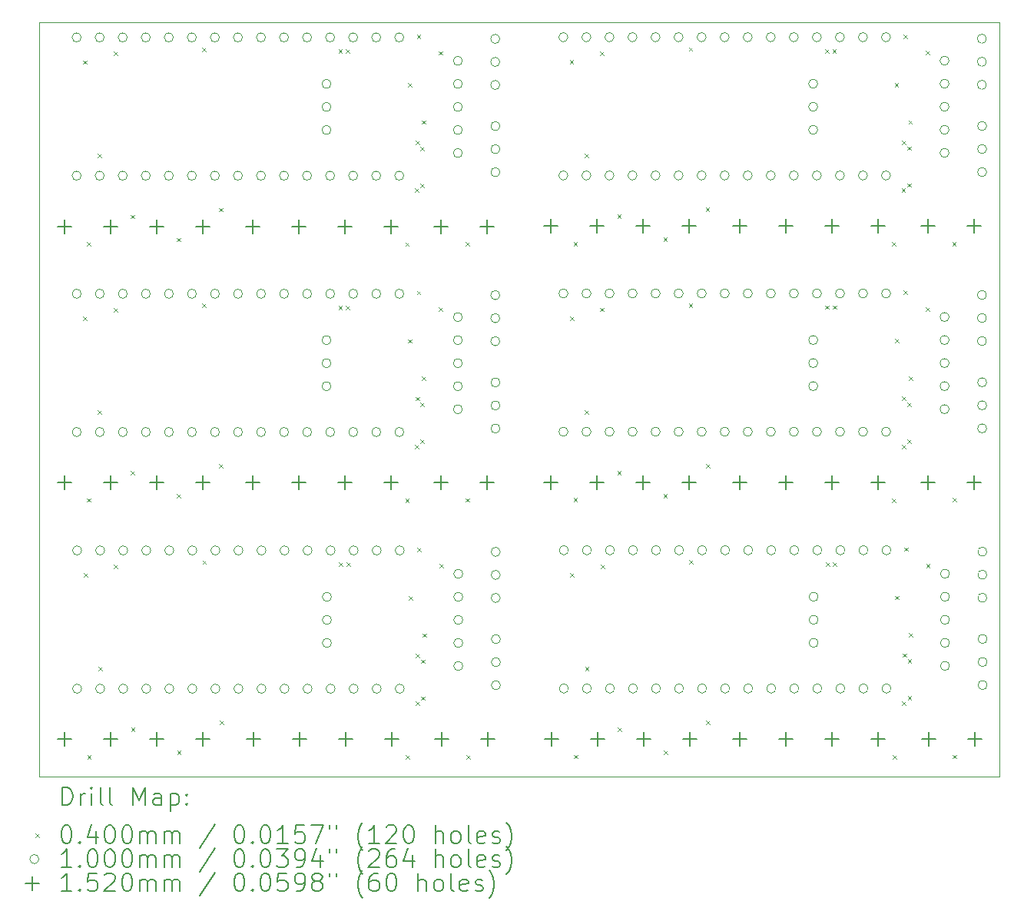
<source format=gbr>
%FSLAX45Y45*%
G04 Gerber Fmt 4.5, Leading zero omitted, Abs format (unit mm)*
G04 Created by KiCad (PCBNEW (6.0.0)) date 2022-10-01 22:44:21*
%MOMM*%
%LPD*%
G01*
G04 APERTURE LIST*
%TA.AperFunction,Profile*%
%ADD10C,0.100000*%
%TD*%
%ADD11C,0.200000*%
%ADD12C,0.040000*%
%ADD13C,0.100000*%
%ADD14C,0.152000*%
G04 APERTURE END LIST*
D10*
X8996680Y-9906500D02*
X19578820Y-9906500D01*
X19578820Y-9906500D02*
X19578820Y-1590040D01*
X19578820Y-1590040D02*
X8996680Y-1590040D01*
X8996680Y-1590040D02*
X8996680Y-9906500D01*
D11*
D12*
X9479600Y-2012000D02*
X9519600Y-2052000D01*
X9519600Y-2012000D02*
X9479600Y-2052000D01*
X9480100Y-4836980D02*
X9520100Y-4876980D01*
X9520100Y-4836980D02*
X9480100Y-4876980D01*
X9485180Y-7666540D02*
X9525180Y-7706540D01*
X9525180Y-7666540D02*
X9485180Y-7706540D01*
X9520240Y-4013520D02*
X9560240Y-4053520D01*
X9560240Y-4013520D02*
X9520240Y-4053520D01*
X9520740Y-6838500D02*
X9560740Y-6878500D01*
X9560740Y-6838500D02*
X9520740Y-6878500D01*
X9525820Y-9668060D02*
X9565820Y-9708060D01*
X9565820Y-9668060D02*
X9525820Y-9708060D01*
X9642160Y-3043240D02*
X9682160Y-3083240D01*
X9682160Y-3043240D02*
X9642160Y-3083240D01*
X9642660Y-5868220D02*
X9682660Y-5908220D01*
X9682660Y-5868220D02*
X9642660Y-5908220D01*
X9647740Y-8697780D02*
X9687740Y-8737780D01*
X9687740Y-8697780D02*
X9647740Y-8737780D01*
X9814880Y-1915480D02*
X9854880Y-1955480D01*
X9854880Y-1915480D02*
X9814880Y-1955480D01*
X9815380Y-4740460D02*
X9855380Y-4780460D01*
X9855380Y-4740460D02*
X9815380Y-4780460D01*
X9820460Y-7570020D02*
X9860460Y-7610020D01*
X9860460Y-7570020D02*
X9820460Y-7610020D01*
X10002840Y-3713800D02*
X10042840Y-3753800D01*
X10042840Y-3713800D02*
X10002840Y-3753800D01*
X10003340Y-6538780D02*
X10043340Y-6578780D01*
X10043340Y-6538780D02*
X10003340Y-6578780D01*
X10008420Y-9368340D02*
X10048420Y-9408340D01*
X10048420Y-9368340D02*
X10008420Y-9408340D01*
X10510840Y-3967800D02*
X10550840Y-4007800D01*
X10550840Y-3967800D02*
X10510840Y-4007800D01*
X10511340Y-6792780D02*
X10551340Y-6832780D01*
X10551340Y-6792780D02*
X10511340Y-6832780D01*
X10516420Y-9622340D02*
X10556420Y-9662340D01*
X10556420Y-9622340D02*
X10516420Y-9662340D01*
X10790240Y-1869760D02*
X10830240Y-1909760D01*
X10830240Y-1869760D02*
X10790240Y-1909760D01*
X10790740Y-4694740D02*
X10830740Y-4734740D01*
X10830740Y-4694740D02*
X10790740Y-4734740D01*
X10795820Y-7524300D02*
X10835820Y-7564300D01*
X10835820Y-7524300D02*
X10795820Y-7564300D01*
X10978200Y-3637600D02*
X11018200Y-3677600D01*
X11018200Y-3637600D02*
X10978200Y-3677600D01*
X10978700Y-6462580D02*
X11018700Y-6502580D01*
X11018700Y-6462580D02*
X10978700Y-6502580D01*
X10983780Y-9292140D02*
X11023780Y-9332140D01*
X11023780Y-9292140D02*
X10983780Y-9332140D01*
X12293920Y-1890080D02*
X12333920Y-1930080D01*
X12333920Y-1890080D02*
X12293920Y-1930080D01*
X12294420Y-4715060D02*
X12334420Y-4755060D01*
X12334420Y-4715060D02*
X12294420Y-4755060D01*
X12299500Y-7544620D02*
X12339500Y-7584620D01*
X12339500Y-7544620D02*
X12299500Y-7584620D01*
X12375200Y-1890080D02*
X12415200Y-1930080D01*
X12415200Y-1890080D02*
X12375200Y-1930080D01*
X12375700Y-4715060D02*
X12415700Y-4755060D01*
X12415700Y-4715060D02*
X12375700Y-4755060D01*
X12380780Y-7544620D02*
X12420780Y-7584620D01*
X12420780Y-7544620D02*
X12380780Y-7584620D01*
X13030520Y-4018600D02*
X13070520Y-4058600D01*
X13070520Y-4018600D02*
X13030520Y-4058600D01*
X13031020Y-6843580D02*
X13071020Y-6883580D01*
X13071020Y-6843580D02*
X13031020Y-6883580D01*
X13036100Y-9673140D02*
X13076100Y-9713140D01*
X13076100Y-9673140D02*
X13036100Y-9713140D01*
X13061000Y-2260920D02*
X13101000Y-2300920D01*
X13101000Y-2260920D02*
X13061000Y-2300920D01*
X13061500Y-5085900D02*
X13101500Y-5125900D01*
X13101500Y-5085900D02*
X13061500Y-5125900D01*
X13066580Y-7915460D02*
X13106580Y-7955460D01*
X13106580Y-7915460D02*
X13066580Y-7955460D01*
X13137200Y-3424240D02*
X13177200Y-3464240D01*
X13177200Y-3424240D02*
X13137200Y-3464240D01*
X13137700Y-6249220D02*
X13177700Y-6289220D01*
X13177700Y-6249220D02*
X13137700Y-6289220D01*
X13142280Y-2895920D02*
X13182280Y-2935920D01*
X13182280Y-2895920D02*
X13142280Y-2935920D01*
X13142780Y-5720900D02*
X13182780Y-5760900D01*
X13182780Y-5720900D02*
X13142780Y-5760900D01*
X13142780Y-9078780D02*
X13182780Y-9118780D01*
X13182780Y-9078780D02*
X13142780Y-9118780D01*
X13147860Y-8550460D02*
X13187860Y-8590460D01*
X13187860Y-8550460D02*
X13147860Y-8590460D01*
X13157520Y-1727520D02*
X13197520Y-1767520D01*
X13197520Y-1727520D02*
X13157520Y-1767520D01*
X13158020Y-4552500D02*
X13198020Y-4592500D01*
X13198020Y-4552500D02*
X13158020Y-4592500D01*
X13163100Y-7382060D02*
X13203100Y-7422060D01*
X13203100Y-7382060D02*
X13163100Y-7422060D01*
X13198160Y-2961960D02*
X13238160Y-3001960D01*
X13238160Y-2961960D02*
X13198160Y-3001960D01*
X13198160Y-3368360D02*
X13238160Y-3408360D01*
X13238160Y-3368360D02*
X13198160Y-3408360D01*
X13198660Y-5786940D02*
X13238660Y-5826940D01*
X13238660Y-5786940D02*
X13198660Y-5826940D01*
X13198660Y-6193340D02*
X13238660Y-6233340D01*
X13238660Y-6193340D02*
X13198660Y-6233340D01*
X13203740Y-8616500D02*
X13243740Y-8656500D01*
X13243740Y-8616500D02*
X13203740Y-8656500D01*
X13203740Y-9022900D02*
X13243740Y-9062900D01*
X13243740Y-9022900D02*
X13203740Y-9062900D01*
X13213400Y-2673810D02*
X13253400Y-2713810D01*
X13253400Y-2673810D02*
X13213400Y-2713810D01*
X13213900Y-5498790D02*
X13253900Y-5538790D01*
X13253900Y-5498790D02*
X13213900Y-5538790D01*
X13218980Y-8328350D02*
X13258980Y-8368350D01*
X13258980Y-8328350D02*
X13218980Y-8368350D01*
X13401360Y-1910400D02*
X13441360Y-1950400D01*
X13441360Y-1910400D02*
X13401360Y-1950400D01*
X13401860Y-4735380D02*
X13441860Y-4775380D01*
X13441860Y-4735380D02*
X13401860Y-4775380D01*
X13406940Y-7564940D02*
X13446940Y-7604940D01*
X13446940Y-7564940D02*
X13406940Y-7604940D01*
X13696000Y-4013520D02*
X13736000Y-4053520D01*
X13736000Y-4013520D02*
X13696000Y-4053520D01*
X13696500Y-6838500D02*
X13736500Y-6878500D01*
X13736500Y-6838500D02*
X13696500Y-6878500D01*
X13701580Y-9668060D02*
X13741580Y-9708060D01*
X13741580Y-9668060D02*
X13701580Y-9708060D01*
X14843580Y-2010090D02*
X14883580Y-2050090D01*
X14883580Y-2010090D02*
X14843580Y-2050090D01*
X14844080Y-4835070D02*
X14884080Y-4875070D01*
X14884080Y-4835070D02*
X14844080Y-4875070D01*
X14849160Y-7664630D02*
X14889160Y-7704630D01*
X14889160Y-7664630D02*
X14849160Y-7704630D01*
X14884220Y-4011610D02*
X14924220Y-4051610D01*
X14924220Y-4011610D02*
X14884220Y-4051610D01*
X14884720Y-6836590D02*
X14924720Y-6876590D01*
X14924720Y-6836590D02*
X14884720Y-6876590D01*
X14889800Y-9666150D02*
X14929800Y-9706150D01*
X14929800Y-9666150D02*
X14889800Y-9706150D01*
X15006140Y-3041330D02*
X15046140Y-3081330D01*
X15046140Y-3041330D02*
X15006140Y-3081330D01*
X15006640Y-5866310D02*
X15046640Y-5906310D01*
X15046640Y-5866310D02*
X15006640Y-5906310D01*
X15011720Y-8695870D02*
X15051720Y-8735870D01*
X15051720Y-8695870D02*
X15011720Y-8735870D01*
X15178860Y-1913570D02*
X15218860Y-1953570D01*
X15218860Y-1913570D02*
X15178860Y-1953570D01*
X15179360Y-4738550D02*
X15219360Y-4778550D01*
X15219360Y-4738550D02*
X15179360Y-4778550D01*
X15184440Y-7568110D02*
X15224440Y-7608110D01*
X15224440Y-7568110D02*
X15184440Y-7608110D01*
X15366820Y-3711890D02*
X15406820Y-3751890D01*
X15406820Y-3711890D02*
X15366820Y-3751890D01*
X15367320Y-6536870D02*
X15407320Y-6576870D01*
X15407320Y-6536870D02*
X15367320Y-6576870D01*
X15372400Y-9366430D02*
X15412400Y-9406430D01*
X15412400Y-9366430D02*
X15372400Y-9406430D01*
X15874820Y-3965890D02*
X15914820Y-4005890D01*
X15914820Y-3965890D02*
X15874820Y-4005890D01*
X15875320Y-6790870D02*
X15915320Y-6830870D01*
X15915320Y-6790870D02*
X15875320Y-6830870D01*
X15880400Y-9620430D02*
X15920400Y-9660430D01*
X15920400Y-9620430D02*
X15880400Y-9660430D01*
X16154220Y-1867850D02*
X16194220Y-1907850D01*
X16194220Y-1867850D02*
X16154220Y-1907850D01*
X16154720Y-4692830D02*
X16194720Y-4732830D01*
X16194720Y-4692830D02*
X16154720Y-4732830D01*
X16159800Y-7522390D02*
X16199800Y-7562390D01*
X16199800Y-7522390D02*
X16159800Y-7562390D01*
X16342180Y-3635690D02*
X16382180Y-3675690D01*
X16382180Y-3635690D02*
X16342180Y-3675690D01*
X16342680Y-6460670D02*
X16382680Y-6500670D01*
X16382680Y-6460670D02*
X16342680Y-6500670D01*
X16347760Y-9290230D02*
X16387760Y-9330230D01*
X16387760Y-9290230D02*
X16347760Y-9330230D01*
X17657900Y-1888170D02*
X17697900Y-1928170D01*
X17697900Y-1888170D02*
X17657900Y-1928170D01*
X17658400Y-4713150D02*
X17698400Y-4753150D01*
X17698400Y-4713150D02*
X17658400Y-4753150D01*
X17663480Y-7542710D02*
X17703480Y-7582710D01*
X17703480Y-7542710D02*
X17663480Y-7582710D01*
X17739180Y-1888170D02*
X17779180Y-1928170D01*
X17779180Y-1888170D02*
X17739180Y-1928170D01*
X17739680Y-4713150D02*
X17779680Y-4753150D01*
X17779680Y-4713150D02*
X17739680Y-4753150D01*
X17744760Y-7542710D02*
X17784760Y-7582710D01*
X17784760Y-7542710D02*
X17744760Y-7582710D01*
X18394500Y-4016690D02*
X18434500Y-4056690D01*
X18434500Y-4016690D02*
X18394500Y-4056690D01*
X18395000Y-6841670D02*
X18435000Y-6881670D01*
X18435000Y-6841670D02*
X18395000Y-6881670D01*
X18400080Y-9671230D02*
X18440080Y-9711230D01*
X18440080Y-9671230D02*
X18400080Y-9711230D01*
X18424980Y-2259010D02*
X18464980Y-2299010D01*
X18464980Y-2259010D02*
X18424980Y-2299010D01*
X18425480Y-5083990D02*
X18465480Y-5123990D01*
X18465480Y-5083990D02*
X18425480Y-5123990D01*
X18430560Y-7913550D02*
X18470560Y-7953550D01*
X18470560Y-7913550D02*
X18430560Y-7953550D01*
X18501180Y-3422330D02*
X18541180Y-3462330D01*
X18541180Y-3422330D02*
X18501180Y-3462330D01*
X18501680Y-6247310D02*
X18541680Y-6287310D01*
X18541680Y-6247310D02*
X18501680Y-6287310D01*
X18506260Y-2894010D02*
X18546260Y-2934010D01*
X18546260Y-2894010D02*
X18506260Y-2934010D01*
X18506760Y-5718990D02*
X18546760Y-5758990D01*
X18546760Y-5718990D02*
X18506760Y-5758990D01*
X18506760Y-9076870D02*
X18546760Y-9116870D01*
X18546760Y-9076870D02*
X18506760Y-9116870D01*
X18511840Y-8548550D02*
X18551840Y-8588550D01*
X18551840Y-8548550D02*
X18511840Y-8588550D01*
X18521500Y-1725610D02*
X18561500Y-1765610D01*
X18561500Y-1725610D02*
X18521500Y-1765610D01*
X18522000Y-4550590D02*
X18562000Y-4590590D01*
X18562000Y-4550590D02*
X18522000Y-4590590D01*
X18527080Y-7380150D02*
X18567080Y-7420150D01*
X18567080Y-7380150D02*
X18527080Y-7420150D01*
X18562140Y-2960050D02*
X18602140Y-3000050D01*
X18602140Y-2960050D02*
X18562140Y-3000050D01*
X18562140Y-3366450D02*
X18602140Y-3406450D01*
X18602140Y-3366450D02*
X18562140Y-3406450D01*
X18562640Y-5785030D02*
X18602640Y-5825030D01*
X18602640Y-5785030D02*
X18562640Y-5825030D01*
X18562640Y-6191430D02*
X18602640Y-6231430D01*
X18602640Y-6191430D02*
X18562640Y-6231430D01*
X18567720Y-8614590D02*
X18607720Y-8654590D01*
X18607720Y-8614590D02*
X18567720Y-8654590D01*
X18567720Y-9020990D02*
X18607720Y-9060990D01*
X18607720Y-9020990D02*
X18567720Y-9060990D01*
X18577380Y-2671900D02*
X18617380Y-2711900D01*
X18617380Y-2671900D02*
X18577380Y-2711900D01*
X18577880Y-5496880D02*
X18617880Y-5536880D01*
X18617880Y-5496880D02*
X18577880Y-5536880D01*
X18582960Y-8326440D02*
X18622960Y-8366440D01*
X18622960Y-8326440D02*
X18582960Y-8366440D01*
X18765340Y-1908490D02*
X18805340Y-1948490D01*
X18805340Y-1908490D02*
X18765340Y-1948490D01*
X18765840Y-4733470D02*
X18805840Y-4773470D01*
X18805840Y-4733470D02*
X18765840Y-4773470D01*
X18770920Y-7563030D02*
X18810920Y-7603030D01*
X18810920Y-7563030D02*
X18770920Y-7603030D01*
X19059980Y-4011610D02*
X19099980Y-4051610D01*
X19099980Y-4011610D02*
X19059980Y-4051610D01*
X19060480Y-6836590D02*
X19100480Y-6876590D01*
X19100480Y-6836590D02*
X19060480Y-6876590D01*
X19065560Y-9666150D02*
X19105560Y-9706150D01*
X19105560Y-9666150D02*
X19065560Y-9706150D01*
D13*
X9458160Y-1758680D02*
G75*
G03*
X9458160Y-1758680I-50000J0D01*
G01*
X9458160Y-3282680D02*
G75*
G03*
X9458160Y-3282680I-50000J0D01*
G01*
X9458660Y-4583660D02*
G75*
G03*
X9458660Y-4583660I-50000J0D01*
G01*
X9458660Y-6107660D02*
G75*
G03*
X9458660Y-6107660I-50000J0D01*
G01*
X9463740Y-7413220D02*
G75*
G03*
X9463740Y-7413220I-50000J0D01*
G01*
X9463740Y-8937220D02*
G75*
G03*
X9463740Y-8937220I-50000J0D01*
G01*
X9712160Y-1758680D02*
G75*
G03*
X9712160Y-1758680I-50000J0D01*
G01*
X9712160Y-3282680D02*
G75*
G03*
X9712160Y-3282680I-50000J0D01*
G01*
X9712660Y-4583660D02*
G75*
G03*
X9712660Y-4583660I-50000J0D01*
G01*
X9712660Y-6107660D02*
G75*
G03*
X9712660Y-6107660I-50000J0D01*
G01*
X9717740Y-7413220D02*
G75*
G03*
X9717740Y-7413220I-50000J0D01*
G01*
X9717740Y-8937220D02*
G75*
G03*
X9717740Y-8937220I-50000J0D01*
G01*
X9966160Y-1758680D02*
G75*
G03*
X9966160Y-1758680I-50000J0D01*
G01*
X9966160Y-3282680D02*
G75*
G03*
X9966160Y-3282680I-50000J0D01*
G01*
X9966660Y-4583660D02*
G75*
G03*
X9966660Y-4583660I-50000J0D01*
G01*
X9966660Y-6107660D02*
G75*
G03*
X9966660Y-6107660I-50000J0D01*
G01*
X9971740Y-7413220D02*
G75*
G03*
X9971740Y-7413220I-50000J0D01*
G01*
X9971740Y-8937220D02*
G75*
G03*
X9971740Y-8937220I-50000J0D01*
G01*
X10220160Y-1758680D02*
G75*
G03*
X10220160Y-1758680I-50000J0D01*
G01*
X10220160Y-3282680D02*
G75*
G03*
X10220160Y-3282680I-50000J0D01*
G01*
X10220660Y-4583660D02*
G75*
G03*
X10220660Y-4583660I-50000J0D01*
G01*
X10220660Y-6107660D02*
G75*
G03*
X10220660Y-6107660I-50000J0D01*
G01*
X10225740Y-7413220D02*
G75*
G03*
X10225740Y-7413220I-50000J0D01*
G01*
X10225740Y-8937220D02*
G75*
G03*
X10225740Y-8937220I-50000J0D01*
G01*
X10474160Y-1758680D02*
G75*
G03*
X10474160Y-1758680I-50000J0D01*
G01*
X10474160Y-3282680D02*
G75*
G03*
X10474160Y-3282680I-50000J0D01*
G01*
X10474660Y-4583660D02*
G75*
G03*
X10474660Y-4583660I-50000J0D01*
G01*
X10474660Y-6107660D02*
G75*
G03*
X10474660Y-6107660I-50000J0D01*
G01*
X10479740Y-7413220D02*
G75*
G03*
X10479740Y-7413220I-50000J0D01*
G01*
X10479740Y-8937220D02*
G75*
G03*
X10479740Y-8937220I-50000J0D01*
G01*
X10728160Y-1758680D02*
G75*
G03*
X10728160Y-1758680I-50000J0D01*
G01*
X10728160Y-3282680D02*
G75*
G03*
X10728160Y-3282680I-50000J0D01*
G01*
X10728660Y-4583660D02*
G75*
G03*
X10728660Y-4583660I-50000J0D01*
G01*
X10728660Y-6107660D02*
G75*
G03*
X10728660Y-6107660I-50000J0D01*
G01*
X10733740Y-7413220D02*
G75*
G03*
X10733740Y-7413220I-50000J0D01*
G01*
X10733740Y-8937220D02*
G75*
G03*
X10733740Y-8937220I-50000J0D01*
G01*
X10982160Y-1758680D02*
G75*
G03*
X10982160Y-1758680I-50000J0D01*
G01*
X10982160Y-3282680D02*
G75*
G03*
X10982160Y-3282680I-50000J0D01*
G01*
X10982660Y-4583660D02*
G75*
G03*
X10982660Y-4583660I-50000J0D01*
G01*
X10982660Y-6107660D02*
G75*
G03*
X10982660Y-6107660I-50000J0D01*
G01*
X10987740Y-7413220D02*
G75*
G03*
X10987740Y-7413220I-50000J0D01*
G01*
X10987740Y-8937220D02*
G75*
G03*
X10987740Y-8937220I-50000J0D01*
G01*
X11236160Y-1758680D02*
G75*
G03*
X11236160Y-1758680I-50000J0D01*
G01*
X11236160Y-3282680D02*
G75*
G03*
X11236160Y-3282680I-50000J0D01*
G01*
X11236660Y-4583660D02*
G75*
G03*
X11236660Y-4583660I-50000J0D01*
G01*
X11236660Y-6107660D02*
G75*
G03*
X11236660Y-6107660I-50000J0D01*
G01*
X11241740Y-7413220D02*
G75*
G03*
X11241740Y-7413220I-50000J0D01*
G01*
X11241740Y-8937220D02*
G75*
G03*
X11241740Y-8937220I-50000J0D01*
G01*
X11490160Y-1758680D02*
G75*
G03*
X11490160Y-1758680I-50000J0D01*
G01*
X11490160Y-3282680D02*
G75*
G03*
X11490160Y-3282680I-50000J0D01*
G01*
X11490660Y-4583660D02*
G75*
G03*
X11490660Y-4583660I-50000J0D01*
G01*
X11490660Y-6107660D02*
G75*
G03*
X11490660Y-6107660I-50000J0D01*
G01*
X11495740Y-7413220D02*
G75*
G03*
X11495740Y-7413220I-50000J0D01*
G01*
X11495740Y-8937220D02*
G75*
G03*
X11495740Y-8937220I-50000J0D01*
G01*
X11744160Y-1758680D02*
G75*
G03*
X11744160Y-1758680I-50000J0D01*
G01*
X11744160Y-3282680D02*
G75*
G03*
X11744160Y-3282680I-50000J0D01*
G01*
X11744660Y-4583660D02*
G75*
G03*
X11744660Y-4583660I-50000J0D01*
G01*
X11744660Y-6107660D02*
G75*
G03*
X11744660Y-6107660I-50000J0D01*
G01*
X11749740Y-7413220D02*
G75*
G03*
X11749740Y-7413220I-50000J0D01*
G01*
X11749740Y-8937220D02*
G75*
G03*
X11749740Y-8937220I-50000J0D01*
G01*
X11998160Y-1758680D02*
G75*
G03*
X11998160Y-1758680I-50000J0D01*
G01*
X11998160Y-3282680D02*
G75*
G03*
X11998160Y-3282680I-50000J0D01*
G01*
X11998660Y-4583660D02*
G75*
G03*
X11998660Y-4583660I-50000J0D01*
G01*
X11998660Y-6107660D02*
G75*
G03*
X11998660Y-6107660I-50000J0D01*
G01*
X12003740Y-7413220D02*
G75*
G03*
X12003740Y-7413220I-50000J0D01*
G01*
X12003740Y-8937220D02*
G75*
G03*
X12003740Y-8937220I-50000J0D01*
G01*
X12211520Y-2270760D02*
G75*
G03*
X12211520Y-2270760I-50000J0D01*
G01*
X12211520Y-2524760D02*
G75*
G03*
X12211520Y-2524760I-50000J0D01*
G01*
X12211520Y-2778760D02*
G75*
G03*
X12211520Y-2778760I-50000J0D01*
G01*
X12212020Y-5095740D02*
G75*
G03*
X12212020Y-5095740I-50000J0D01*
G01*
X12212020Y-5349740D02*
G75*
G03*
X12212020Y-5349740I-50000J0D01*
G01*
X12212020Y-5603740D02*
G75*
G03*
X12212020Y-5603740I-50000J0D01*
G01*
X12217100Y-7925300D02*
G75*
G03*
X12217100Y-7925300I-50000J0D01*
G01*
X12217100Y-8179300D02*
G75*
G03*
X12217100Y-8179300I-50000J0D01*
G01*
X12217100Y-8433300D02*
G75*
G03*
X12217100Y-8433300I-50000J0D01*
G01*
X12252160Y-1758680D02*
G75*
G03*
X12252160Y-1758680I-50000J0D01*
G01*
X12252160Y-3282680D02*
G75*
G03*
X12252160Y-3282680I-50000J0D01*
G01*
X12252660Y-4583660D02*
G75*
G03*
X12252660Y-4583660I-50000J0D01*
G01*
X12252660Y-6107660D02*
G75*
G03*
X12252660Y-6107660I-50000J0D01*
G01*
X12257740Y-7413220D02*
G75*
G03*
X12257740Y-7413220I-50000J0D01*
G01*
X12257740Y-8937220D02*
G75*
G03*
X12257740Y-8937220I-50000J0D01*
G01*
X12506160Y-1758680D02*
G75*
G03*
X12506160Y-1758680I-50000J0D01*
G01*
X12506160Y-3282680D02*
G75*
G03*
X12506160Y-3282680I-50000J0D01*
G01*
X12506660Y-4583660D02*
G75*
G03*
X12506660Y-4583660I-50000J0D01*
G01*
X12506660Y-6107660D02*
G75*
G03*
X12506660Y-6107660I-50000J0D01*
G01*
X12511740Y-7413220D02*
G75*
G03*
X12511740Y-7413220I-50000J0D01*
G01*
X12511740Y-8937220D02*
G75*
G03*
X12511740Y-8937220I-50000J0D01*
G01*
X12760160Y-1758680D02*
G75*
G03*
X12760160Y-1758680I-50000J0D01*
G01*
X12760160Y-3282680D02*
G75*
G03*
X12760160Y-3282680I-50000J0D01*
G01*
X12760660Y-4583660D02*
G75*
G03*
X12760660Y-4583660I-50000J0D01*
G01*
X12760660Y-6107660D02*
G75*
G03*
X12760660Y-6107660I-50000J0D01*
G01*
X12765740Y-7413220D02*
G75*
G03*
X12765740Y-7413220I-50000J0D01*
G01*
X12765740Y-8937220D02*
G75*
G03*
X12765740Y-8937220I-50000J0D01*
G01*
X13014160Y-1758680D02*
G75*
G03*
X13014160Y-1758680I-50000J0D01*
G01*
X13014160Y-3282680D02*
G75*
G03*
X13014160Y-3282680I-50000J0D01*
G01*
X13014660Y-4583660D02*
G75*
G03*
X13014660Y-4583660I-50000J0D01*
G01*
X13014660Y-6107660D02*
G75*
G03*
X13014660Y-6107660I-50000J0D01*
G01*
X13019740Y-7413220D02*
G75*
G03*
X13019740Y-7413220I-50000J0D01*
G01*
X13019740Y-8937220D02*
G75*
G03*
X13019740Y-8937220I-50000J0D01*
G01*
X13659320Y-2016760D02*
G75*
G03*
X13659320Y-2016760I-50000J0D01*
G01*
X13659320Y-2270760D02*
G75*
G03*
X13659320Y-2270760I-50000J0D01*
G01*
X13659320Y-2524760D02*
G75*
G03*
X13659320Y-2524760I-50000J0D01*
G01*
X13659320Y-2778760D02*
G75*
G03*
X13659320Y-2778760I-50000J0D01*
G01*
X13659320Y-3032760D02*
G75*
G03*
X13659320Y-3032760I-50000J0D01*
G01*
X13659820Y-4841740D02*
G75*
G03*
X13659820Y-4841740I-50000J0D01*
G01*
X13659820Y-5095740D02*
G75*
G03*
X13659820Y-5095740I-50000J0D01*
G01*
X13659820Y-5349740D02*
G75*
G03*
X13659820Y-5349740I-50000J0D01*
G01*
X13659820Y-5603740D02*
G75*
G03*
X13659820Y-5603740I-50000J0D01*
G01*
X13659820Y-5857740D02*
G75*
G03*
X13659820Y-5857740I-50000J0D01*
G01*
X13664900Y-7671300D02*
G75*
G03*
X13664900Y-7671300I-50000J0D01*
G01*
X13664900Y-7925300D02*
G75*
G03*
X13664900Y-7925300I-50000J0D01*
G01*
X13664900Y-8179300D02*
G75*
G03*
X13664900Y-8179300I-50000J0D01*
G01*
X13664900Y-8433300D02*
G75*
G03*
X13664900Y-8433300I-50000J0D01*
G01*
X13664900Y-8687300D02*
G75*
G03*
X13664900Y-8687300I-50000J0D01*
G01*
X14070800Y-1774420D02*
G75*
G03*
X14070800Y-1774420I-50000J0D01*
G01*
X14070800Y-2028420D02*
G75*
G03*
X14070800Y-2028420I-50000J0D01*
G01*
X14070800Y-2282420D02*
G75*
G03*
X14070800Y-2282420I-50000J0D01*
G01*
X14071300Y-4599400D02*
G75*
G03*
X14071300Y-4599400I-50000J0D01*
G01*
X14071300Y-4853400D02*
G75*
G03*
X14071300Y-4853400I-50000J0D01*
G01*
X14071300Y-5107400D02*
G75*
G03*
X14071300Y-5107400I-50000J0D01*
G01*
X14073300Y-2736620D02*
G75*
G03*
X14073300Y-2736620I-50000J0D01*
G01*
X14073300Y-2990620D02*
G75*
G03*
X14073300Y-2990620I-50000J0D01*
G01*
X14073300Y-3244620D02*
G75*
G03*
X14073300Y-3244620I-50000J0D01*
G01*
X14073800Y-5561600D02*
G75*
G03*
X14073800Y-5561600I-50000J0D01*
G01*
X14073800Y-5815600D02*
G75*
G03*
X14073800Y-5815600I-50000J0D01*
G01*
X14073800Y-6069600D02*
G75*
G03*
X14073800Y-6069600I-50000J0D01*
G01*
X14076380Y-7428960D02*
G75*
G03*
X14076380Y-7428960I-50000J0D01*
G01*
X14076380Y-7682960D02*
G75*
G03*
X14076380Y-7682960I-50000J0D01*
G01*
X14076380Y-7936960D02*
G75*
G03*
X14076380Y-7936960I-50000J0D01*
G01*
X14078880Y-8391160D02*
G75*
G03*
X14078880Y-8391160I-50000J0D01*
G01*
X14078880Y-8645160D02*
G75*
G03*
X14078880Y-8645160I-50000J0D01*
G01*
X14078880Y-8899160D02*
G75*
G03*
X14078880Y-8899160I-50000J0D01*
G01*
X14822140Y-1756770D02*
G75*
G03*
X14822140Y-1756770I-50000J0D01*
G01*
X14822140Y-3280770D02*
G75*
G03*
X14822140Y-3280770I-50000J0D01*
G01*
X14822640Y-4581750D02*
G75*
G03*
X14822640Y-4581750I-50000J0D01*
G01*
X14822640Y-6105750D02*
G75*
G03*
X14822640Y-6105750I-50000J0D01*
G01*
X14827720Y-7411310D02*
G75*
G03*
X14827720Y-7411310I-50000J0D01*
G01*
X14827720Y-8935310D02*
G75*
G03*
X14827720Y-8935310I-50000J0D01*
G01*
X15076140Y-1756770D02*
G75*
G03*
X15076140Y-1756770I-50000J0D01*
G01*
X15076140Y-3280770D02*
G75*
G03*
X15076140Y-3280770I-50000J0D01*
G01*
X15076640Y-4581750D02*
G75*
G03*
X15076640Y-4581750I-50000J0D01*
G01*
X15076640Y-6105750D02*
G75*
G03*
X15076640Y-6105750I-50000J0D01*
G01*
X15081720Y-7411310D02*
G75*
G03*
X15081720Y-7411310I-50000J0D01*
G01*
X15081720Y-8935310D02*
G75*
G03*
X15081720Y-8935310I-50000J0D01*
G01*
X15330140Y-1756770D02*
G75*
G03*
X15330140Y-1756770I-50000J0D01*
G01*
X15330140Y-3280770D02*
G75*
G03*
X15330140Y-3280770I-50000J0D01*
G01*
X15330640Y-4581750D02*
G75*
G03*
X15330640Y-4581750I-50000J0D01*
G01*
X15330640Y-6105750D02*
G75*
G03*
X15330640Y-6105750I-50000J0D01*
G01*
X15335720Y-7411310D02*
G75*
G03*
X15335720Y-7411310I-50000J0D01*
G01*
X15335720Y-8935310D02*
G75*
G03*
X15335720Y-8935310I-50000J0D01*
G01*
X15584140Y-1756770D02*
G75*
G03*
X15584140Y-1756770I-50000J0D01*
G01*
X15584140Y-3280770D02*
G75*
G03*
X15584140Y-3280770I-50000J0D01*
G01*
X15584640Y-4581750D02*
G75*
G03*
X15584640Y-4581750I-50000J0D01*
G01*
X15584640Y-6105750D02*
G75*
G03*
X15584640Y-6105750I-50000J0D01*
G01*
X15589720Y-7411310D02*
G75*
G03*
X15589720Y-7411310I-50000J0D01*
G01*
X15589720Y-8935310D02*
G75*
G03*
X15589720Y-8935310I-50000J0D01*
G01*
X15838140Y-1756770D02*
G75*
G03*
X15838140Y-1756770I-50000J0D01*
G01*
X15838140Y-3280770D02*
G75*
G03*
X15838140Y-3280770I-50000J0D01*
G01*
X15838640Y-4581750D02*
G75*
G03*
X15838640Y-4581750I-50000J0D01*
G01*
X15838640Y-6105750D02*
G75*
G03*
X15838640Y-6105750I-50000J0D01*
G01*
X15843720Y-7411310D02*
G75*
G03*
X15843720Y-7411310I-50000J0D01*
G01*
X15843720Y-8935310D02*
G75*
G03*
X15843720Y-8935310I-50000J0D01*
G01*
X16092140Y-1756770D02*
G75*
G03*
X16092140Y-1756770I-50000J0D01*
G01*
X16092140Y-3280770D02*
G75*
G03*
X16092140Y-3280770I-50000J0D01*
G01*
X16092640Y-4581750D02*
G75*
G03*
X16092640Y-4581750I-50000J0D01*
G01*
X16092640Y-6105750D02*
G75*
G03*
X16092640Y-6105750I-50000J0D01*
G01*
X16097720Y-7411310D02*
G75*
G03*
X16097720Y-7411310I-50000J0D01*
G01*
X16097720Y-8935310D02*
G75*
G03*
X16097720Y-8935310I-50000J0D01*
G01*
X16346140Y-1756770D02*
G75*
G03*
X16346140Y-1756770I-50000J0D01*
G01*
X16346140Y-3280770D02*
G75*
G03*
X16346140Y-3280770I-50000J0D01*
G01*
X16346640Y-4581750D02*
G75*
G03*
X16346640Y-4581750I-50000J0D01*
G01*
X16346640Y-6105750D02*
G75*
G03*
X16346640Y-6105750I-50000J0D01*
G01*
X16351720Y-7411310D02*
G75*
G03*
X16351720Y-7411310I-50000J0D01*
G01*
X16351720Y-8935310D02*
G75*
G03*
X16351720Y-8935310I-50000J0D01*
G01*
X16600140Y-1756770D02*
G75*
G03*
X16600140Y-1756770I-50000J0D01*
G01*
X16600140Y-3280770D02*
G75*
G03*
X16600140Y-3280770I-50000J0D01*
G01*
X16600640Y-4581750D02*
G75*
G03*
X16600640Y-4581750I-50000J0D01*
G01*
X16600640Y-6105750D02*
G75*
G03*
X16600640Y-6105750I-50000J0D01*
G01*
X16605720Y-7411310D02*
G75*
G03*
X16605720Y-7411310I-50000J0D01*
G01*
X16605720Y-8935310D02*
G75*
G03*
X16605720Y-8935310I-50000J0D01*
G01*
X16854140Y-1756770D02*
G75*
G03*
X16854140Y-1756770I-50000J0D01*
G01*
X16854140Y-3280770D02*
G75*
G03*
X16854140Y-3280770I-50000J0D01*
G01*
X16854640Y-4581750D02*
G75*
G03*
X16854640Y-4581750I-50000J0D01*
G01*
X16854640Y-6105750D02*
G75*
G03*
X16854640Y-6105750I-50000J0D01*
G01*
X16859720Y-7411310D02*
G75*
G03*
X16859720Y-7411310I-50000J0D01*
G01*
X16859720Y-8935310D02*
G75*
G03*
X16859720Y-8935310I-50000J0D01*
G01*
X17108140Y-1756770D02*
G75*
G03*
X17108140Y-1756770I-50000J0D01*
G01*
X17108140Y-3280770D02*
G75*
G03*
X17108140Y-3280770I-50000J0D01*
G01*
X17108640Y-4581750D02*
G75*
G03*
X17108640Y-4581750I-50000J0D01*
G01*
X17108640Y-6105750D02*
G75*
G03*
X17108640Y-6105750I-50000J0D01*
G01*
X17113720Y-7411310D02*
G75*
G03*
X17113720Y-7411310I-50000J0D01*
G01*
X17113720Y-8935310D02*
G75*
G03*
X17113720Y-8935310I-50000J0D01*
G01*
X17362140Y-1756770D02*
G75*
G03*
X17362140Y-1756770I-50000J0D01*
G01*
X17362140Y-3280770D02*
G75*
G03*
X17362140Y-3280770I-50000J0D01*
G01*
X17362640Y-4581750D02*
G75*
G03*
X17362640Y-4581750I-50000J0D01*
G01*
X17362640Y-6105750D02*
G75*
G03*
X17362640Y-6105750I-50000J0D01*
G01*
X17367720Y-7411310D02*
G75*
G03*
X17367720Y-7411310I-50000J0D01*
G01*
X17367720Y-8935310D02*
G75*
G03*
X17367720Y-8935310I-50000J0D01*
G01*
X17575500Y-2268850D02*
G75*
G03*
X17575500Y-2268850I-50000J0D01*
G01*
X17575500Y-2522850D02*
G75*
G03*
X17575500Y-2522850I-50000J0D01*
G01*
X17575500Y-2776850D02*
G75*
G03*
X17575500Y-2776850I-50000J0D01*
G01*
X17576000Y-5093830D02*
G75*
G03*
X17576000Y-5093830I-50000J0D01*
G01*
X17576000Y-5347830D02*
G75*
G03*
X17576000Y-5347830I-50000J0D01*
G01*
X17576000Y-5601830D02*
G75*
G03*
X17576000Y-5601830I-50000J0D01*
G01*
X17581080Y-7923390D02*
G75*
G03*
X17581080Y-7923390I-50000J0D01*
G01*
X17581080Y-8177390D02*
G75*
G03*
X17581080Y-8177390I-50000J0D01*
G01*
X17581080Y-8431390D02*
G75*
G03*
X17581080Y-8431390I-50000J0D01*
G01*
X17616140Y-1756770D02*
G75*
G03*
X17616140Y-1756770I-50000J0D01*
G01*
X17616140Y-3280770D02*
G75*
G03*
X17616140Y-3280770I-50000J0D01*
G01*
X17616640Y-4581750D02*
G75*
G03*
X17616640Y-4581750I-50000J0D01*
G01*
X17616640Y-6105750D02*
G75*
G03*
X17616640Y-6105750I-50000J0D01*
G01*
X17621720Y-7411310D02*
G75*
G03*
X17621720Y-7411310I-50000J0D01*
G01*
X17621720Y-8935310D02*
G75*
G03*
X17621720Y-8935310I-50000J0D01*
G01*
X17870140Y-1756770D02*
G75*
G03*
X17870140Y-1756770I-50000J0D01*
G01*
X17870140Y-3280770D02*
G75*
G03*
X17870140Y-3280770I-50000J0D01*
G01*
X17870640Y-4581750D02*
G75*
G03*
X17870640Y-4581750I-50000J0D01*
G01*
X17870640Y-6105750D02*
G75*
G03*
X17870640Y-6105750I-50000J0D01*
G01*
X17875720Y-7411310D02*
G75*
G03*
X17875720Y-7411310I-50000J0D01*
G01*
X17875720Y-8935310D02*
G75*
G03*
X17875720Y-8935310I-50000J0D01*
G01*
X18124140Y-1756770D02*
G75*
G03*
X18124140Y-1756770I-50000J0D01*
G01*
X18124140Y-3280770D02*
G75*
G03*
X18124140Y-3280770I-50000J0D01*
G01*
X18124640Y-4581750D02*
G75*
G03*
X18124640Y-4581750I-50000J0D01*
G01*
X18124640Y-6105750D02*
G75*
G03*
X18124640Y-6105750I-50000J0D01*
G01*
X18129720Y-7411310D02*
G75*
G03*
X18129720Y-7411310I-50000J0D01*
G01*
X18129720Y-8935310D02*
G75*
G03*
X18129720Y-8935310I-50000J0D01*
G01*
X18378140Y-1756770D02*
G75*
G03*
X18378140Y-1756770I-50000J0D01*
G01*
X18378140Y-3280770D02*
G75*
G03*
X18378140Y-3280770I-50000J0D01*
G01*
X18378640Y-4581750D02*
G75*
G03*
X18378640Y-4581750I-50000J0D01*
G01*
X18378640Y-6105750D02*
G75*
G03*
X18378640Y-6105750I-50000J0D01*
G01*
X18383720Y-7411310D02*
G75*
G03*
X18383720Y-7411310I-50000J0D01*
G01*
X18383720Y-8935310D02*
G75*
G03*
X18383720Y-8935310I-50000J0D01*
G01*
X19023300Y-2014850D02*
G75*
G03*
X19023300Y-2014850I-50000J0D01*
G01*
X19023300Y-2268850D02*
G75*
G03*
X19023300Y-2268850I-50000J0D01*
G01*
X19023300Y-2522850D02*
G75*
G03*
X19023300Y-2522850I-50000J0D01*
G01*
X19023300Y-2776850D02*
G75*
G03*
X19023300Y-2776850I-50000J0D01*
G01*
X19023300Y-3030850D02*
G75*
G03*
X19023300Y-3030850I-50000J0D01*
G01*
X19023800Y-4839830D02*
G75*
G03*
X19023800Y-4839830I-50000J0D01*
G01*
X19023800Y-5093830D02*
G75*
G03*
X19023800Y-5093830I-50000J0D01*
G01*
X19023800Y-5347830D02*
G75*
G03*
X19023800Y-5347830I-50000J0D01*
G01*
X19023800Y-5601830D02*
G75*
G03*
X19023800Y-5601830I-50000J0D01*
G01*
X19023800Y-5855830D02*
G75*
G03*
X19023800Y-5855830I-50000J0D01*
G01*
X19028880Y-7669390D02*
G75*
G03*
X19028880Y-7669390I-50000J0D01*
G01*
X19028880Y-7923390D02*
G75*
G03*
X19028880Y-7923390I-50000J0D01*
G01*
X19028880Y-8177390D02*
G75*
G03*
X19028880Y-8177390I-50000J0D01*
G01*
X19028880Y-8431390D02*
G75*
G03*
X19028880Y-8431390I-50000J0D01*
G01*
X19028880Y-8685390D02*
G75*
G03*
X19028880Y-8685390I-50000J0D01*
G01*
X19434780Y-1772510D02*
G75*
G03*
X19434780Y-1772510I-50000J0D01*
G01*
X19434780Y-2026510D02*
G75*
G03*
X19434780Y-2026510I-50000J0D01*
G01*
X19434780Y-2280510D02*
G75*
G03*
X19434780Y-2280510I-50000J0D01*
G01*
X19435280Y-4597490D02*
G75*
G03*
X19435280Y-4597490I-50000J0D01*
G01*
X19435280Y-4851490D02*
G75*
G03*
X19435280Y-4851490I-50000J0D01*
G01*
X19435280Y-5105490D02*
G75*
G03*
X19435280Y-5105490I-50000J0D01*
G01*
X19437280Y-2734710D02*
G75*
G03*
X19437280Y-2734710I-50000J0D01*
G01*
X19437280Y-2988710D02*
G75*
G03*
X19437280Y-2988710I-50000J0D01*
G01*
X19437280Y-3242710D02*
G75*
G03*
X19437280Y-3242710I-50000J0D01*
G01*
X19437780Y-5559690D02*
G75*
G03*
X19437780Y-5559690I-50000J0D01*
G01*
X19437780Y-5813690D02*
G75*
G03*
X19437780Y-5813690I-50000J0D01*
G01*
X19437780Y-6067690D02*
G75*
G03*
X19437780Y-6067690I-50000J0D01*
G01*
X19440360Y-7427050D02*
G75*
G03*
X19440360Y-7427050I-50000J0D01*
G01*
X19440360Y-7681050D02*
G75*
G03*
X19440360Y-7681050I-50000J0D01*
G01*
X19440360Y-7935050D02*
G75*
G03*
X19440360Y-7935050I-50000J0D01*
G01*
X19442860Y-8389250D02*
G75*
G03*
X19442860Y-8389250I-50000J0D01*
G01*
X19442860Y-8643250D02*
G75*
G03*
X19442860Y-8643250I-50000J0D01*
G01*
X19442860Y-8897250D02*
G75*
G03*
X19442860Y-8897250I-50000J0D01*
G01*
D14*
X9271000Y-3764480D02*
X9271000Y-3916480D01*
X9195000Y-3840480D02*
X9347000Y-3840480D01*
X9271500Y-6589460D02*
X9271500Y-6741460D01*
X9195500Y-6665460D02*
X9347500Y-6665460D01*
X9276580Y-9419020D02*
X9276580Y-9571020D01*
X9200580Y-9495020D02*
X9352580Y-9495020D01*
X9779000Y-3764480D02*
X9779000Y-3916480D01*
X9703000Y-3840480D02*
X9855000Y-3840480D01*
X9779500Y-6589460D02*
X9779500Y-6741460D01*
X9703500Y-6665460D02*
X9855500Y-6665460D01*
X9784580Y-9419020D02*
X9784580Y-9571020D01*
X9708580Y-9495020D02*
X9860580Y-9495020D01*
X10287000Y-3764480D02*
X10287000Y-3916480D01*
X10211000Y-3840480D02*
X10363000Y-3840480D01*
X10287500Y-6589460D02*
X10287500Y-6741460D01*
X10211500Y-6665460D02*
X10363500Y-6665460D01*
X10292580Y-9419020D02*
X10292580Y-9571020D01*
X10216580Y-9495020D02*
X10368580Y-9495020D01*
X10795000Y-3764480D02*
X10795000Y-3916480D01*
X10719000Y-3840480D02*
X10871000Y-3840480D01*
X10795500Y-6589460D02*
X10795500Y-6741460D01*
X10719500Y-6665460D02*
X10871500Y-6665460D01*
X10800580Y-9419020D02*
X10800580Y-9571020D01*
X10724580Y-9495020D02*
X10876580Y-9495020D01*
X11348720Y-3764480D02*
X11348720Y-3916480D01*
X11272720Y-3840480D02*
X11424720Y-3840480D01*
X11349220Y-6589460D02*
X11349220Y-6741460D01*
X11273220Y-6665460D02*
X11425220Y-6665460D01*
X11354300Y-9419020D02*
X11354300Y-9571020D01*
X11278300Y-9495020D02*
X11430300Y-9495020D01*
X11856720Y-3764480D02*
X11856720Y-3916480D01*
X11780720Y-3840480D02*
X11932720Y-3840480D01*
X11857220Y-6589460D02*
X11857220Y-6741460D01*
X11781220Y-6665460D02*
X11933220Y-6665460D01*
X11862300Y-9419020D02*
X11862300Y-9571020D01*
X11786300Y-9495020D02*
X11938300Y-9495020D01*
X12364720Y-3764480D02*
X12364720Y-3916480D01*
X12288720Y-3840480D02*
X12440720Y-3840480D01*
X12365220Y-6589460D02*
X12365220Y-6741460D01*
X12289220Y-6665460D02*
X12441220Y-6665460D01*
X12370300Y-9419020D02*
X12370300Y-9571020D01*
X12294300Y-9495020D02*
X12446300Y-9495020D01*
X12872720Y-3764480D02*
X12872720Y-3916480D01*
X12796720Y-3840480D02*
X12948720Y-3840480D01*
X12873220Y-6589460D02*
X12873220Y-6741460D01*
X12797220Y-6665460D02*
X12949220Y-6665460D01*
X12878300Y-9419020D02*
X12878300Y-9571020D01*
X12802300Y-9495020D02*
X12954300Y-9495020D01*
X13426440Y-3764480D02*
X13426440Y-3916480D01*
X13350440Y-3840480D02*
X13502440Y-3840480D01*
X13426940Y-6589460D02*
X13426940Y-6741460D01*
X13350940Y-6665460D02*
X13502940Y-6665460D01*
X13432020Y-9419020D02*
X13432020Y-9571020D01*
X13356020Y-9495020D02*
X13508020Y-9495020D01*
X13934440Y-3764480D02*
X13934440Y-3916480D01*
X13858440Y-3840480D02*
X14010440Y-3840480D01*
X13934940Y-6589460D02*
X13934940Y-6741460D01*
X13858940Y-6665460D02*
X14010940Y-6665460D01*
X13940020Y-9419020D02*
X13940020Y-9571020D01*
X13864020Y-9495020D02*
X14016020Y-9495020D01*
X14634980Y-3762570D02*
X14634980Y-3914570D01*
X14558980Y-3838570D02*
X14710980Y-3838570D01*
X14635480Y-6587550D02*
X14635480Y-6739550D01*
X14559480Y-6663550D02*
X14711480Y-6663550D01*
X14640560Y-9417110D02*
X14640560Y-9569110D01*
X14564560Y-9493110D02*
X14716560Y-9493110D01*
X15142980Y-3762570D02*
X15142980Y-3914570D01*
X15066980Y-3838570D02*
X15218980Y-3838570D01*
X15143480Y-6587550D02*
X15143480Y-6739550D01*
X15067480Y-6663550D02*
X15219480Y-6663550D01*
X15148560Y-9417110D02*
X15148560Y-9569110D01*
X15072560Y-9493110D02*
X15224560Y-9493110D01*
X15650980Y-3762570D02*
X15650980Y-3914570D01*
X15574980Y-3838570D02*
X15726980Y-3838570D01*
X15651480Y-6587550D02*
X15651480Y-6739550D01*
X15575480Y-6663550D02*
X15727480Y-6663550D01*
X15656560Y-9417110D02*
X15656560Y-9569110D01*
X15580560Y-9493110D02*
X15732560Y-9493110D01*
X16158980Y-3762570D02*
X16158980Y-3914570D01*
X16082980Y-3838570D02*
X16234980Y-3838570D01*
X16159480Y-6587550D02*
X16159480Y-6739550D01*
X16083480Y-6663550D02*
X16235480Y-6663550D01*
X16164560Y-9417110D02*
X16164560Y-9569110D01*
X16088560Y-9493110D02*
X16240560Y-9493110D01*
X16712700Y-3762570D02*
X16712700Y-3914570D01*
X16636700Y-3838570D02*
X16788700Y-3838570D01*
X16713200Y-6587550D02*
X16713200Y-6739550D01*
X16637200Y-6663550D02*
X16789200Y-6663550D01*
X16718280Y-9417110D02*
X16718280Y-9569110D01*
X16642280Y-9493110D02*
X16794280Y-9493110D01*
X17220700Y-3762570D02*
X17220700Y-3914570D01*
X17144700Y-3838570D02*
X17296700Y-3838570D01*
X17221200Y-6587550D02*
X17221200Y-6739550D01*
X17145200Y-6663550D02*
X17297200Y-6663550D01*
X17226280Y-9417110D02*
X17226280Y-9569110D01*
X17150280Y-9493110D02*
X17302280Y-9493110D01*
X17728700Y-3762570D02*
X17728700Y-3914570D01*
X17652700Y-3838570D02*
X17804700Y-3838570D01*
X17729200Y-6587550D02*
X17729200Y-6739550D01*
X17653200Y-6663550D02*
X17805200Y-6663550D01*
X17734280Y-9417110D02*
X17734280Y-9569110D01*
X17658280Y-9493110D02*
X17810280Y-9493110D01*
X18236700Y-3762570D02*
X18236700Y-3914570D01*
X18160700Y-3838570D02*
X18312700Y-3838570D01*
X18237200Y-6587550D02*
X18237200Y-6739550D01*
X18161200Y-6663550D02*
X18313200Y-6663550D01*
X18242280Y-9417110D02*
X18242280Y-9569110D01*
X18166280Y-9493110D02*
X18318280Y-9493110D01*
X18790420Y-3762570D02*
X18790420Y-3914570D01*
X18714420Y-3838570D02*
X18866420Y-3838570D01*
X18790920Y-6587550D02*
X18790920Y-6739550D01*
X18714920Y-6663550D02*
X18866920Y-6663550D01*
X18796000Y-9417110D02*
X18796000Y-9569110D01*
X18720000Y-9493110D02*
X18872000Y-9493110D01*
X19298420Y-3762570D02*
X19298420Y-3914570D01*
X19222420Y-3838570D02*
X19374420Y-3838570D01*
X19298920Y-6587550D02*
X19298920Y-6739550D01*
X19222920Y-6663550D02*
X19374920Y-6663550D01*
X19304000Y-9417110D02*
X19304000Y-9569110D01*
X19228000Y-9493110D02*
X19380000Y-9493110D01*
D11*
X9249299Y-10221976D02*
X9249299Y-10021976D01*
X9296918Y-10021976D01*
X9325490Y-10031500D01*
X9344537Y-10050548D01*
X9354061Y-10069595D01*
X9363585Y-10107690D01*
X9363585Y-10136262D01*
X9354061Y-10174357D01*
X9344537Y-10193405D01*
X9325490Y-10212452D01*
X9296918Y-10221976D01*
X9249299Y-10221976D01*
X9449299Y-10221976D02*
X9449299Y-10088643D01*
X9449299Y-10126738D02*
X9458823Y-10107690D01*
X9468347Y-10098167D01*
X9487394Y-10088643D01*
X9506442Y-10088643D01*
X9573109Y-10221976D02*
X9573109Y-10088643D01*
X9573109Y-10021976D02*
X9563585Y-10031500D01*
X9573109Y-10041024D01*
X9582632Y-10031500D01*
X9573109Y-10021976D01*
X9573109Y-10041024D01*
X9696918Y-10221976D02*
X9677870Y-10212452D01*
X9668347Y-10193405D01*
X9668347Y-10021976D01*
X9801680Y-10221976D02*
X9782632Y-10212452D01*
X9773109Y-10193405D01*
X9773109Y-10021976D01*
X10030251Y-10221976D02*
X10030251Y-10021976D01*
X10096918Y-10164833D01*
X10163585Y-10021976D01*
X10163585Y-10221976D01*
X10344537Y-10221976D02*
X10344537Y-10117214D01*
X10335013Y-10098167D01*
X10315966Y-10088643D01*
X10277870Y-10088643D01*
X10258823Y-10098167D01*
X10344537Y-10212452D02*
X10325490Y-10221976D01*
X10277870Y-10221976D01*
X10258823Y-10212452D01*
X10249299Y-10193405D01*
X10249299Y-10174357D01*
X10258823Y-10155310D01*
X10277870Y-10145786D01*
X10325490Y-10145786D01*
X10344537Y-10136262D01*
X10439775Y-10088643D02*
X10439775Y-10288643D01*
X10439775Y-10098167D02*
X10458823Y-10088643D01*
X10496918Y-10088643D01*
X10515966Y-10098167D01*
X10525490Y-10107690D01*
X10535013Y-10126738D01*
X10535013Y-10183881D01*
X10525490Y-10202929D01*
X10515966Y-10212452D01*
X10496918Y-10221976D01*
X10458823Y-10221976D01*
X10439775Y-10212452D01*
X10620728Y-10202929D02*
X10630251Y-10212452D01*
X10620728Y-10221976D01*
X10611204Y-10212452D01*
X10620728Y-10202929D01*
X10620728Y-10221976D01*
X10620728Y-10098167D02*
X10630251Y-10107690D01*
X10620728Y-10117214D01*
X10611204Y-10107690D01*
X10620728Y-10098167D01*
X10620728Y-10117214D01*
D12*
X8951680Y-10531500D02*
X8991680Y-10571500D01*
X8991680Y-10531500D02*
X8951680Y-10571500D01*
D11*
X9287394Y-10441976D02*
X9306442Y-10441976D01*
X9325490Y-10451500D01*
X9335013Y-10461024D01*
X9344537Y-10480071D01*
X9354061Y-10518167D01*
X9354061Y-10565786D01*
X9344537Y-10603881D01*
X9335013Y-10622929D01*
X9325490Y-10632452D01*
X9306442Y-10641976D01*
X9287394Y-10641976D01*
X9268347Y-10632452D01*
X9258823Y-10622929D01*
X9249299Y-10603881D01*
X9239775Y-10565786D01*
X9239775Y-10518167D01*
X9249299Y-10480071D01*
X9258823Y-10461024D01*
X9268347Y-10451500D01*
X9287394Y-10441976D01*
X9439775Y-10622929D02*
X9449299Y-10632452D01*
X9439775Y-10641976D01*
X9430251Y-10632452D01*
X9439775Y-10622929D01*
X9439775Y-10641976D01*
X9620728Y-10508643D02*
X9620728Y-10641976D01*
X9573109Y-10432452D02*
X9525490Y-10575310D01*
X9649299Y-10575310D01*
X9763585Y-10441976D02*
X9782632Y-10441976D01*
X9801680Y-10451500D01*
X9811204Y-10461024D01*
X9820728Y-10480071D01*
X9830251Y-10518167D01*
X9830251Y-10565786D01*
X9820728Y-10603881D01*
X9811204Y-10622929D01*
X9801680Y-10632452D01*
X9782632Y-10641976D01*
X9763585Y-10641976D01*
X9744537Y-10632452D01*
X9735013Y-10622929D01*
X9725490Y-10603881D01*
X9715966Y-10565786D01*
X9715966Y-10518167D01*
X9725490Y-10480071D01*
X9735013Y-10461024D01*
X9744537Y-10451500D01*
X9763585Y-10441976D01*
X9954061Y-10441976D02*
X9973109Y-10441976D01*
X9992156Y-10451500D01*
X10001680Y-10461024D01*
X10011204Y-10480071D01*
X10020728Y-10518167D01*
X10020728Y-10565786D01*
X10011204Y-10603881D01*
X10001680Y-10622929D01*
X9992156Y-10632452D01*
X9973109Y-10641976D01*
X9954061Y-10641976D01*
X9935013Y-10632452D01*
X9925490Y-10622929D01*
X9915966Y-10603881D01*
X9906442Y-10565786D01*
X9906442Y-10518167D01*
X9915966Y-10480071D01*
X9925490Y-10461024D01*
X9935013Y-10451500D01*
X9954061Y-10441976D01*
X10106442Y-10641976D02*
X10106442Y-10508643D01*
X10106442Y-10527690D02*
X10115966Y-10518167D01*
X10135013Y-10508643D01*
X10163585Y-10508643D01*
X10182632Y-10518167D01*
X10192156Y-10537214D01*
X10192156Y-10641976D01*
X10192156Y-10537214D02*
X10201680Y-10518167D01*
X10220728Y-10508643D01*
X10249299Y-10508643D01*
X10268347Y-10518167D01*
X10277870Y-10537214D01*
X10277870Y-10641976D01*
X10373109Y-10641976D02*
X10373109Y-10508643D01*
X10373109Y-10527690D02*
X10382632Y-10518167D01*
X10401680Y-10508643D01*
X10430251Y-10508643D01*
X10449299Y-10518167D01*
X10458823Y-10537214D01*
X10458823Y-10641976D01*
X10458823Y-10537214D02*
X10468347Y-10518167D01*
X10487394Y-10508643D01*
X10515966Y-10508643D01*
X10535013Y-10518167D01*
X10544537Y-10537214D01*
X10544537Y-10641976D01*
X10935013Y-10432452D02*
X10763585Y-10689595D01*
X11192156Y-10441976D02*
X11211204Y-10441976D01*
X11230251Y-10451500D01*
X11239775Y-10461024D01*
X11249299Y-10480071D01*
X11258823Y-10518167D01*
X11258823Y-10565786D01*
X11249299Y-10603881D01*
X11239775Y-10622929D01*
X11230251Y-10632452D01*
X11211204Y-10641976D01*
X11192156Y-10641976D01*
X11173109Y-10632452D01*
X11163585Y-10622929D01*
X11154061Y-10603881D01*
X11144537Y-10565786D01*
X11144537Y-10518167D01*
X11154061Y-10480071D01*
X11163585Y-10461024D01*
X11173109Y-10451500D01*
X11192156Y-10441976D01*
X11344537Y-10622929D02*
X11354061Y-10632452D01*
X11344537Y-10641976D01*
X11335013Y-10632452D01*
X11344537Y-10622929D01*
X11344537Y-10641976D01*
X11477870Y-10441976D02*
X11496918Y-10441976D01*
X11515966Y-10451500D01*
X11525489Y-10461024D01*
X11535013Y-10480071D01*
X11544537Y-10518167D01*
X11544537Y-10565786D01*
X11535013Y-10603881D01*
X11525489Y-10622929D01*
X11515966Y-10632452D01*
X11496918Y-10641976D01*
X11477870Y-10641976D01*
X11458823Y-10632452D01*
X11449299Y-10622929D01*
X11439775Y-10603881D01*
X11430251Y-10565786D01*
X11430251Y-10518167D01*
X11439775Y-10480071D01*
X11449299Y-10461024D01*
X11458823Y-10451500D01*
X11477870Y-10441976D01*
X11735013Y-10641976D02*
X11620728Y-10641976D01*
X11677870Y-10641976D02*
X11677870Y-10441976D01*
X11658823Y-10470548D01*
X11639775Y-10489595D01*
X11620728Y-10499119D01*
X11915966Y-10441976D02*
X11820728Y-10441976D01*
X11811204Y-10537214D01*
X11820728Y-10527690D01*
X11839775Y-10518167D01*
X11887394Y-10518167D01*
X11906442Y-10527690D01*
X11915966Y-10537214D01*
X11925489Y-10556262D01*
X11925489Y-10603881D01*
X11915966Y-10622929D01*
X11906442Y-10632452D01*
X11887394Y-10641976D01*
X11839775Y-10641976D01*
X11820728Y-10632452D01*
X11811204Y-10622929D01*
X11992156Y-10441976D02*
X12125489Y-10441976D01*
X12039775Y-10641976D01*
X12192156Y-10441976D02*
X12192156Y-10480071D01*
X12268347Y-10441976D02*
X12268347Y-10480071D01*
X12563585Y-10718167D02*
X12554061Y-10708643D01*
X12535013Y-10680071D01*
X12525489Y-10661024D01*
X12515966Y-10632452D01*
X12506442Y-10584833D01*
X12506442Y-10546738D01*
X12515966Y-10499119D01*
X12525489Y-10470548D01*
X12535013Y-10451500D01*
X12554061Y-10422929D01*
X12563585Y-10413405D01*
X12744537Y-10641976D02*
X12630251Y-10641976D01*
X12687394Y-10641976D02*
X12687394Y-10441976D01*
X12668347Y-10470548D01*
X12649299Y-10489595D01*
X12630251Y-10499119D01*
X12820728Y-10461024D02*
X12830251Y-10451500D01*
X12849299Y-10441976D01*
X12896918Y-10441976D01*
X12915966Y-10451500D01*
X12925489Y-10461024D01*
X12935013Y-10480071D01*
X12935013Y-10499119D01*
X12925489Y-10527690D01*
X12811204Y-10641976D01*
X12935013Y-10641976D01*
X13058823Y-10441976D02*
X13077870Y-10441976D01*
X13096918Y-10451500D01*
X13106442Y-10461024D01*
X13115966Y-10480071D01*
X13125489Y-10518167D01*
X13125489Y-10565786D01*
X13115966Y-10603881D01*
X13106442Y-10622929D01*
X13096918Y-10632452D01*
X13077870Y-10641976D01*
X13058823Y-10641976D01*
X13039775Y-10632452D01*
X13030251Y-10622929D01*
X13020728Y-10603881D01*
X13011204Y-10565786D01*
X13011204Y-10518167D01*
X13020728Y-10480071D01*
X13030251Y-10461024D01*
X13039775Y-10451500D01*
X13058823Y-10441976D01*
X13363585Y-10641976D02*
X13363585Y-10441976D01*
X13449299Y-10641976D02*
X13449299Y-10537214D01*
X13439775Y-10518167D01*
X13420728Y-10508643D01*
X13392156Y-10508643D01*
X13373108Y-10518167D01*
X13363585Y-10527690D01*
X13573108Y-10641976D02*
X13554061Y-10632452D01*
X13544537Y-10622929D01*
X13535013Y-10603881D01*
X13535013Y-10546738D01*
X13544537Y-10527690D01*
X13554061Y-10518167D01*
X13573108Y-10508643D01*
X13601680Y-10508643D01*
X13620728Y-10518167D01*
X13630251Y-10527690D01*
X13639775Y-10546738D01*
X13639775Y-10603881D01*
X13630251Y-10622929D01*
X13620728Y-10632452D01*
X13601680Y-10641976D01*
X13573108Y-10641976D01*
X13754061Y-10641976D02*
X13735013Y-10632452D01*
X13725489Y-10613405D01*
X13725489Y-10441976D01*
X13906442Y-10632452D02*
X13887394Y-10641976D01*
X13849299Y-10641976D01*
X13830251Y-10632452D01*
X13820728Y-10613405D01*
X13820728Y-10537214D01*
X13830251Y-10518167D01*
X13849299Y-10508643D01*
X13887394Y-10508643D01*
X13906442Y-10518167D01*
X13915966Y-10537214D01*
X13915966Y-10556262D01*
X13820728Y-10575310D01*
X13992156Y-10632452D02*
X14011204Y-10641976D01*
X14049299Y-10641976D01*
X14068347Y-10632452D01*
X14077870Y-10613405D01*
X14077870Y-10603881D01*
X14068347Y-10584833D01*
X14049299Y-10575310D01*
X14020728Y-10575310D01*
X14001680Y-10565786D01*
X13992156Y-10546738D01*
X13992156Y-10537214D01*
X14001680Y-10518167D01*
X14020728Y-10508643D01*
X14049299Y-10508643D01*
X14068347Y-10518167D01*
X14144537Y-10718167D02*
X14154061Y-10708643D01*
X14173108Y-10680071D01*
X14182632Y-10661024D01*
X14192156Y-10632452D01*
X14201680Y-10584833D01*
X14201680Y-10546738D01*
X14192156Y-10499119D01*
X14182632Y-10470548D01*
X14173108Y-10451500D01*
X14154061Y-10422929D01*
X14144537Y-10413405D01*
D13*
X8991680Y-10815500D02*
G75*
G03*
X8991680Y-10815500I-50000J0D01*
G01*
D11*
X9354061Y-10905976D02*
X9239775Y-10905976D01*
X9296918Y-10905976D02*
X9296918Y-10705976D01*
X9277870Y-10734548D01*
X9258823Y-10753595D01*
X9239775Y-10763119D01*
X9439775Y-10886929D02*
X9449299Y-10896452D01*
X9439775Y-10905976D01*
X9430251Y-10896452D01*
X9439775Y-10886929D01*
X9439775Y-10905976D01*
X9573109Y-10705976D02*
X9592156Y-10705976D01*
X9611204Y-10715500D01*
X9620728Y-10725024D01*
X9630251Y-10744071D01*
X9639775Y-10782167D01*
X9639775Y-10829786D01*
X9630251Y-10867881D01*
X9620728Y-10886929D01*
X9611204Y-10896452D01*
X9592156Y-10905976D01*
X9573109Y-10905976D01*
X9554061Y-10896452D01*
X9544537Y-10886929D01*
X9535013Y-10867881D01*
X9525490Y-10829786D01*
X9525490Y-10782167D01*
X9535013Y-10744071D01*
X9544537Y-10725024D01*
X9554061Y-10715500D01*
X9573109Y-10705976D01*
X9763585Y-10705976D02*
X9782632Y-10705976D01*
X9801680Y-10715500D01*
X9811204Y-10725024D01*
X9820728Y-10744071D01*
X9830251Y-10782167D01*
X9830251Y-10829786D01*
X9820728Y-10867881D01*
X9811204Y-10886929D01*
X9801680Y-10896452D01*
X9782632Y-10905976D01*
X9763585Y-10905976D01*
X9744537Y-10896452D01*
X9735013Y-10886929D01*
X9725490Y-10867881D01*
X9715966Y-10829786D01*
X9715966Y-10782167D01*
X9725490Y-10744071D01*
X9735013Y-10725024D01*
X9744537Y-10715500D01*
X9763585Y-10705976D01*
X9954061Y-10705976D02*
X9973109Y-10705976D01*
X9992156Y-10715500D01*
X10001680Y-10725024D01*
X10011204Y-10744071D01*
X10020728Y-10782167D01*
X10020728Y-10829786D01*
X10011204Y-10867881D01*
X10001680Y-10886929D01*
X9992156Y-10896452D01*
X9973109Y-10905976D01*
X9954061Y-10905976D01*
X9935013Y-10896452D01*
X9925490Y-10886929D01*
X9915966Y-10867881D01*
X9906442Y-10829786D01*
X9906442Y-10782167D01*
X9915966Y-10744071D01*
X9925490Y-10725024D01*
X9935013Y-10715500D01*
X9954061Y-10705976D01*
X10106442Y-10905976D02*
X10106442Y-10772643D01*
X10106442Y-10791690D02*
X10115966Y-10782167D01*
X10135013Y-10772643D01*
X10163585Y-10772643D01*
X10182632Y-10782167D01*
X10192156Y-10801214D01*
X10192156Y-10905976D01*
X10192156Y-10801214D02*
X10201680Y-10782167D01*
X10220728Y-10772643D01*
X10249299Y-10772643D01*
X10268347Y-10782167D01*
X10277870Y-10801214D01*
X10277870Y-10905976D01*
X10373109Y-10905976D02*
X10373109Y-10772643D01*
X10373109Y-10791690D02*
X10382632Y-10782167D01*
X10401680Y-10772643D01*
X10430251Y-10772643D01*
X10449299Y-10782167D01*
X10458823Y-10801214D01*
X10458823Y-10905976D01*
X10458823Y-10801214D02*
X10468347Y-10782167D01*
X10487394Y-10772643D01*
X10515966Y-10772643D01*
X10535013Y-10782167D01*
X10544537Y-10801214D01*
X10544537Y-10905976D01*
X10935013Y-10696452D02*
X10763585Y-10953595D01*
X11192156Y-10705976D02*
X11211204Y-10705976D01*
X11230251Y-10715500D01*
X11239775Y-10725024D01*
X11249299Y-10744071D01*
X11258823Y-10782167D01*
X11258823Y-10829786D01*
X11249299Y-10867881D01*
X11239775Y-10886929D01*
X11230251Y-10896452D01*
X11211204Y-10905976D01*
X11192156Y-10905976D01*
X11173109Y-10896452D01*
X11163585Y-10886929D01*
X11154061Y-10867881D01*
X11144537Y-10829786D01*
X11144537Y-10782167D01*
X11154061Y-10744071D01*
X11163585Y-10725024D01*
X11173109Y-10715500D01*
X11192156Y-10705976D01*
X11344537Y-10886929D02*
X11354061Y-10896452D01*
X11344537Y-10905976D01*
X11335013Y-10896452D01*
X11344537Y-10886929D01*
X11344537Y-10905976D01*
X11477870Y-10705976D02*
X11496918Y-10705976D01*
X11515966Y-10715500D01*
X11525489Y-10725024D01*
X11535013Y-10744071D01*
X11544537Y-10782167D01*
X11544537Y-10829786D01*
X11535013Y-10867881D01*
X11525489Y-10886929D01*
X11515966Y-10896452D01*
X11496918Y-10905976D01*
X11477870Y-10905976D01*
X11458823Y-10896452D01*
X11449299Y-10886929D01*
X11439775Y-10867881D01*
X11430251Y-10829786D01*
X11430251Y-10782167D01*
X11439775Y-10744071D01*
X11449299Y-10725024D01*
X11458823Y-10715500D01*
X11477870Y-10705976D01*
X11611204Y-10705976D02*
X11735013Y-10705976D01*
X11668347Y-10782167D01*
X11696918Y-10782167D01*
X11715966Y-10791690D01*
X11725489Y-10801214D01*
X11735013Y-10820262D01*
X11735013Y-10867881D01*
X11725489Y-10886929D01*
X11715966Y-10896452D01*
X11696918Y-10905976D01*
X11639775Y-10905976D01*
X11620728Y-10896452D01*
X11611204Y-10886929D01*
X11830251Y-10905976D02*
X11868347Y-10905976D01*
X11887394Y-10896452D01*
X11896918Y-10886929D01*
X11915966Y-10858357D01*
X11925489Y-10820262D01*
X11925489Y-10744071D01*
X11915966Y-10725024D01*
X11906442Y-10715500D01*
X11887394Y-10705976D01*
X11849299Y-10705976D01*
X11830251Y-10715500D01*
X11820728Y-10725024D01*
X11811204Y-10744071D01*
X11811204Y-10791690D01*
X11820728Y-10810738D01*
X11830251Y-10820262D01*
X11849299Y-10829786D01*
X11887394Y-10829786D01*
X11906442Y-10820262D01*
X11915966Y-10810738D01*
X11925489Y-10791690D01*
X12096918Y-10772643D02*
X12096918Y-10905976D01*
X12049299Y-10696452D02*
X12001680Y-10839310D01*
X12125489Y-10839310D01*
X12192156Y-10705976D02*
X12192156Y-10744071D01*
X12268347Y-10705976D02*
X12268347Y-10744071D01*
X12563585Y-10982167D02*
X12554061Y-10972643D01*
X12535013Y-10944071D01*
X12525489Y-10925024D01*
X12515966Y-10896452D01*
X12506442Y-10848833D01*
X12506442Y-10810738D01*
X12515966Y-10763119D01*
X12525489Y-10734548D01*
X12535013Y-10715500D01*
X12554061Y-10686929D01*
X12563585Y-10677405D01*
X12630251Y-10725024D02*
X12639775Y-10715500D01*
X12658823Y-10705976D01*
X12706442Y-10705976D01*
X12725489Y-10715500D01*
X12735013Y-10725024D01*
X12744537Y-10744071D01*
X12744537Y-10763119D01*
X12735013Y-10791690D01*
X12620728Y-10905976D01*
X12744537Y-10905976D01*
X12915966Y-10705976D02*
X12877870Y-10705976D01*
X12858823Y-10715500D01*
X12849299Y-10725024D01*
X12830251Y-10753595D01*
X12820728Y-10791690D01*
X12820728Y-10867881D01*
X12830251Y-10886929D01*
X12839775Y-10896452D01*
X12858823Y-10905976D01*
X12896918Y-10905976D01*
X12915966Y-10896452D01*
X12925489Y-10886929D01*
X12935013Y-10867881D01*
X12935013Y-10820262D01*
X12925489Y-10801214D01*
X12915966Y-10791690D01*
X12896918Y-10782167D01*
X12858823Y-10782167D01*
X12839775Y-10791690D01*
X12830251Y-10801214D01*
X12820728Y-10820262D01*
X13106442Y-10772643D02*
X13106442Y-10905976D01*
X13058823Y-10696452D02*
X13011204Y-10839310D01*
X13135013Y-10839310D01*
X13363585Y-10905976D02*
X13363585Y-10705976D01*
X13449299Y-10905976D02*
X13449299Y-10801214D01*
X13439775Y-10782167D01*
X13420728Y-10772643D01*
X13392156Y-10772643D01*
X13373108Y-10782167D01*
X13363585Y-10791690D01*
X13573108Y-10905976D02*
X13554061Y-10896452D01*
X13544537Y-10886929D01*
X13535013Y-10867881D01*
X13535013Y-10810738D01*
X13544537Y-10791690D01*
X13554061Y-10782167D01*
X13573108Y-10772643D01*
X13601680Y-10772643D01*
X13620728Y-10782167D01*
X13630251Y-10791690D01*
X13639775Y-10810738D01*
X13639775Y-10867881D01*
X13630251Y-10886929D01*
X13620728Y-10896452D01*
X13601680Y-10905976D01*
X13573108Y-10905976D01*
X13754061Y-10905976D02*
X13735013Y-10896452D01*
X13725489Y-10877405D01*
X13725489Y-10705976D01*
X13906442Y-10896452D02*
X13887394Y-10905976D01*
X13849299Y-10905976D01*
X13830251Y-10896452D01*
X13820728Y-10877405D01*
X13820728Y-10801214D01*
X13830251Y-10782167D01*
X13849299Y-10772643D01*
X13887394Y-10772643D01*
X13906442Y-10782167D01*
X13915966Y-10801214D01*
X13915966Y-10820262D01*
X13820728Y-10839310D01*
X13992156Y-10896452D02*
X14011204Y-10905976D01*
X14049299Y-10905976D01*
X14068347Y-10896452D01*
X14077870Y-10877405D01*
X14077870Y-10867881D01*
X14068347Y-10848833D01*
X14049299Y-10839310D01*
X14020728Y-10839310D01*
X14001680Y-10829786D01*
X13992156Y-10810738D01*
X13992156Y-10801214D01*
X14001680Y-10782167D01*
X14020728Y-10772643D01*
X14049299Y-10772643D01*
X14068347Y-10782167D01*
X14144537Y-10982167D02*
X14154061Y-10972643D01*
X14173108Y-10944071D01*
X14182632Y-10925024D01*
X14192156Y-10896452D01*
X14201680Y-10848833D01*
X14201680Y-10810738D01*
X14192156Y-10763119D01*
X14182632Y-10734548D01*
X14173108Y-10715500D01*
X14154061Y-10686929D01*
X14144537Y-10677405D01*
D14*
X8915680Y-11003500D02*
X8915680Y-11155500D01*
X8839680Y-11079500D02*
X8991680Y-11079500D01*
D11*
X9354061Y-11169976D02*
X9239775Y-11169976D01*
X9296918Y-11169976D02*
X9296918Y-10969976D01*
X9277870Y-10998548D01*
X9258823Y-11017595D01*
X9239775Y-11027119D01*
X9439775Y-11150929D02*
X9449299Y-11160452D01*
X9439775Y-11169976D01*
X9430251Y-11160452D01*
X9439775Y-11150929D01*
X9439775Y-11169976D01*
X9630251Y-10969976D02*
X9535013Y-10969976D01*
X9525490Y-11065214D01*
X9535013Y-11055690D01*
X9554061Y-11046167D01*
X9601680Y-11046167D01*
X9620728Y-11055690D01*
X9630251Y-11065214D01*
X9639775Y-11084262D01*
X9639775Y-11131881D01*
X9630251Y-11150929D01*
X9620728Y-11160452D01*
X9601680Y-11169976D01*
X9554061Y-11169976D01*
X9535013Y-11160452D01*
X9525490Y-11150929D01*
X9715966Y-10989024D02*
X9725490Y-10979500D01*
X9744537Y-10969976D01*
X9792156Y-10969976D01*
X9811204Y-10979500D01*
X9820728Y-10989024D01*
X9830251Y-11008071D01*
X9830251Y-11027119D01*
X9820728Y-11055690D01*
X9706442Y-11169976D01*
X9830251Y-11169976D01*
X9954061Y-10969976D02*
X9973109Y-10969976D01*
X9992156Y-10979500D01*
X10001680Y-10989024D01*
X10011204Y-11008071D01*
X10020728Y-11046167D01*
X10020728Y-11093786D01*
X10011204Y-11131881D01*
X10001680Y-11150929D01*
X9992156Y-11160452D01*
X9973109Y-11169976D01*
X9954061Y-11169976D01*
X9935013Y-11160452D01*
X9925490Y-11150929D01*
X9915966Y-11131881D01*
X9906442Y-11093786D01*
X9906442Y-11046167D01*
X9915966Y-11008071D01*
X9925490Y-10989024D01*
X9935013Y-10979500D01*
X9954061Y-10969976D01*
X10106442Y-11169976D02*
X10106442Y-11036643D01*
X10106442Y-11055690D02*
X10115966Y-11046167D01*
X10135013Y-11036643D01*
X10163585Y-11036643D01*
X10182632Y-11046167D01*
X10192156Y-11065214D01*
X10192156Y-11169976D01*
X10192156Y-11065214D02*
X10201680Y-11046167D01*
X10220728Y-11036643D01*
X10249299Y-11036643D01*
X10268347Y-11046167D01*
X10277870Y-11065214D01*
X10277870Y-11169976D01*
X10373109Y-11169976D02*
X10373109Y-11036643D01*
X10373109Y-11055690D02*
X10382632Y-11046167D01*
X10401680Y-11036643D01*
X10430251Y-11036643D01*
X10449299Y-11046167D01*
X10458823Y-11065214D01*
X10458823Y-11169976D01*
X10458823Y-11065214D02*
X10468347Y-11046167D01*
X10487394Y-11036643D01*
X10515966Y-11036643D01*
X10535013Y-11046167D01*
X10544537Y-11065214D01*
X10544537Y-11169976D01*
X10935013Y-10960452D02*
X10763585Y-11217595D01*
X11192156Y-10969976D02*
X11211204Y-10969976D01*
X11230251Y-10979500D01*
X11239775Y-10989024D01*
X11249299Y-11008071D01*
X11258823Y-11046167D01*
X11258823Y-11093786D01*
X11249299Y-11131881D01*
X11239775Y-11150929D01*
X11230251Y-11160452D01*
X11211204Y-11169976D01*
X11192156Y-11169976D01*
X11173109Y-11160452D01*
X11163585Y-11150929D01*
X11154061Y-11131881D01*
X11144537Y-11093786D01*
X11144537Y-11046167D01*
X11154061Y-11008071D01*
X11163585Y-10989024D01*
X11173109Y-10979500D01*
X11192156Y-10969976D01*
X11344537Y-11150929D02*
X11354061Y-11160452D01*
X11344537Y-11169976D01*
X11335013Y-11160452D01*
X11344537Y-11150929D01*
X11344537Y-11169976D01*
X11477870Y-10969976D02*
X11496918Y-10969976D01*
X11515966Y-10979500D01*
X11525489Y-10989024D01*
X11535013Y-11008071D01*
X11544537Y-11046167D01*
X11544537Y-11093786D01*
X11535013Y-11131881D01*
X11525489Y-11150929D01*
X11515966Y-11160452D01*
X11496918Y-11169976D01*
X11477870Y-11169976D01*
X11458823Y-11160452D01*
X11449299Y-11150929D01*
X11439775Y-11131881D01*
X11430251Y-11093786D01*
X11430251Y-11046167D01*
X11439775Y-11008071D01*
X11449299Y-10989024D01*
X11458823Y-10979500D01*
X11477870Y-10969976D01*
X11725489Y-10969976D02*
X11630251Y-10969976D01*
X11620728Y-11065214D01*
X11630251Y-11055690D01*
X11649299Y-11046167D01*
X11696918Y-11046167D01*
X11715966Y-11055690D01*
X11725489Y-11065214D01*
X11735013Y-11084262D01*
X11735013Y-11131881D01*
X11725489Y-11150929D01*
X11715966Y-11160452D01*
X11696918Y-11169976D01*
X11649299Y-11169976D01*
X11630251Y-11160452D01*
X11620728Y-11150929D01*
X11830251Y-11169976D02*
X11868347Y-11169976D01*
X11887394Y-11160452D01*
X11896918Y-11150929D01*
X11915966Y-11122357D01*
X11925489Y-11084262D01*
X11925489Y-11008071D01*
X11915966Y-10989024D01*
X11906442Y-10979500D01*
X11887394Y-10969976D01*
X11849299Y-10969976D01*
X11830251Y-10979500D01*
X11820728Y-10989024D01*
X11811204Y-11008071D01*
X11811204Y-11055690D01*
X11820728Y-11074738D01*
X11830251Y-11084262D01*
X11849299Y-11093786D01*
X11887394Y-11093786D01*
X11906442Y-11084262D01*
X11915966Y-11074738D01*
X11925489Y-11055690D01*
X12039775Y-11055690D02*
X12020728Y-11046167D01*
X12011204Y-11036643D01*
X12001680Y-11017595D01*
X12001680Y-11008071D01*
X12011204Y-10989024D01*
X12020728Y-10979500D01*
X12039775Y-10969976D01*
X12077870Y-10969976D01*
X12096918Y-10979500D01*
X12106442Y-10989024D01*
X12115966Y-11008071D01*
X12115966Y-11017595D01*
X12106442Y-11036643D01*
X12096918Y-11046167D01*
X12077870Y-11055690D01*
X12039775Y-11055690D01*
X12020728Y-11065214D01*
X12011204Y-11074738D01*
X12001680Y-11093786D01*
X12001680Y-11131881D01*
X12011204Y-11150929D01*
X12020728Y-11160452D01*
X12039775Y-11169976D01*
X12077870Y-11169976D01*
X12096918Y-11160452D01*
X12106442Y-11150929D01*
X12115966Y-11131881D01*
X12115966Y-11093786D01*
X12106442Y-11074738D01*
X12096918Y-11065214D01*
X12077870Y-11055690D01*
X12192156Y-10969976D02*
X12192156Y-11008071D01*
X12268347Y-10969976D02*
X12268347Y-11008071D01*
X12563585Y-11246167D02*
X12554061Y-11236643D01*
X12535013Y-11208071D01*
X12525489Y-11189024D01*
X12515966Y-11160452D01*
X12506442Y-11112833D01*
X12506442Y-11074738D01*
X12515966Y-11027119D01*
X12525489Y-10998548D01*
X12535013Y-10979500D01*
X12554061Y-10950929D01*
X12563585Y-10941405D01*
X12725489Y-10969976D02*
X12687394Y-10969976D01*
X12668347Y-10979500D01*
X12658823Y-10989024D01*
X12639775Y-11017595D01*
X12630251Y-11055690D01*
X12630251Y-11131881D01*
X12639775Y-11150929D01*
X12649299Y-11160452D01*
X12668347Y-11169976D01*
X12706442Y-11169976D01*
X12725489Y-11160452D01*
X12735013Y-11150929D01*
X12744537Y-11131881D01*
X12744537Y-11084262D01*
X12735013Y-11065214D01*
X12725489Y-11055690D01*
X12706442Y-11046167D01*
X12668347Y-11046167D01*
X12649299Y-11055690D01*
X12639775Y-11065214D01*
X12630251Y-11084262D01*
X12868347Y-10969976D02*
X12887394Y-10969976D01*
X12906442Y-10979500D01*
X12915966Y-10989024D01*
X12925489Y-11008071D01*
X12935013Y-11046167D01*
X12935013Y-11093786D01*
X12925489Y-11131881D01*
X12915966Y-11150929D01*
X12906442Y-11160452D01*
X12887394Y-11169976D01*
X12868347Y-11169976D01*
X12849299Y-11160452D01*
X12839775Y-11150929D01*
X12830251Y-11131881D01*
X12820728Y-11093786D01*
X12820728Y-11046167D01*
X12830251Y-11008071D01*
X12839775Y-10989024D01*
X12849299Y-10979500D01*
X12868347Y-10969976D01*
X13173108Y-11169976D02*
X13173108Y-10969976D01*
X13258823Y-11169976D02*
X13258823Y-11065214D01*
X13249299Y-11046167D01*
X13230251Y-11036643D01*
X13201680Y-11036643D01*
X13182632Y-11046167D01*
X13173108Y-11055690D01*
X13382632Y-11169976D02*
X13363585Y-11160452D01*
X13354061Y-11150929D01*
X13344537Y-11131881D01*
X13344537Y-11074738D01*
X13354061Y-11055690D01*
X13363585Y-11046167D01*
X13382632Y-11036643D01*
X13411204Y-11036643D01*
X13430251Y-11046167D01*
X13439775Y-11055690D01*
X13449299Y-11074738D01*
X13449299Y-11131881D01*
X13439775Y-11150929D01*
X13430251Y-11160452D01*
X13411204Y-11169976D01*
X13382632Y-11169976D01*
X13563585Y-11169976D02*
X13544537Y-11160452D01*
X13535013Y-11141405D01*
X13535013Y-10969976D01*
X13715966Y-11160452D02*
X13696918Y-11169976D01*
X13658823Y-11169976D01*
X13639775Y-11160452D01*
X13630251Y-11141405D01*
X13630251Y-11065214D01*
X13639775Y-11046167D01*
X13658823Y-11036643D01*
X13696918Y-11036643D01*
X13715966Y-11046167D01*
X13725489Y-11065214D01*
X13725489Y-11084262D01*
X13630251Y-11103310D01*
X13801680Y-11160452D02*
X13820728Y-11169976D01*
X13858823Y-11169976D01*
X13877870Y-11160452D01*
X13887394Y-11141405D01*
X13887394Y-11131881D01*
X13877870Y-11112833D01*
X13858823Y-11103310D01*
X13830251Y-11103310D01*
X13811204Y-11093786D01*
X13801680Y-11074738D01*
X13801680Y-11065214D01*
X13811204Y-11046167D01*
X13830251Y-11036643D01*
X13858823Y-11036643D01*
X13877870Y-11046167D01*
X13954061Y-11246167D02*
X13963585Y-11236643D01*
X13982632Y-11208071D01*
X13992156Y-11189024D01*
X14001680Y-11160452D01*
X14011204Y-11112833D01*
X14011204Y-11074738D01*
X14001680Y-11027119D01*
X13992156Y-10998548D01*
X13982632Y-10979500D01*
X13963585Y-10950929D01*
X13954061Y-10941405D01*
M02*

</source>
